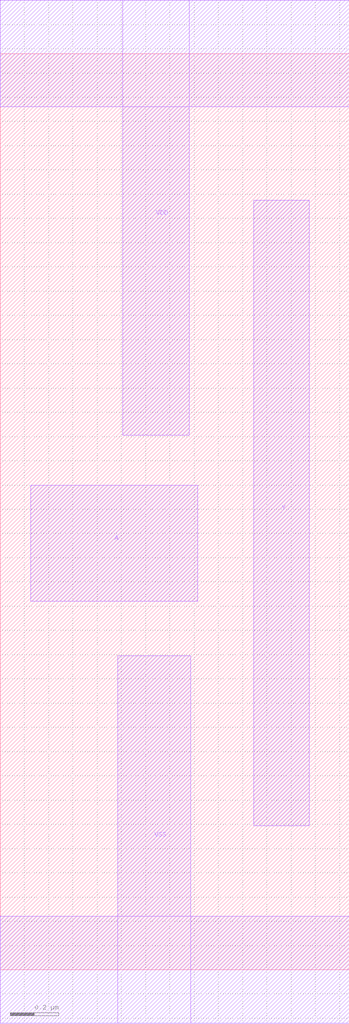
<source format=lef>

MACRO sg13g2_inv_1
  CLASS CORE ;
  ORIGIN 0 0 ;
  FOREIGN sg13g2_inv_1 0 0 ;
  SIZE 1.44 BY 3.78 ;
  SYMMETRY X Y ;
  SITE CoreSite ;
  PIN VDD
    DIRECTION INOUT ;
    USE POWER ;
    SHAPE ABUTMENT ;
    NETEXPR "VDD VDD!" ;
    PORT
      LAYER Metal1 ;
        RECT 0 3.56 1.44 4 ;
        RECT 0.505 2.205 0.78 4 ;
    END
  END VDD
  PIN Y
    DIRECTION OUTPUT ;
    USE SIGNAL ;
    ANTENNADIFFAREA 0.651 LAYER Metal1 ;
    PORT
      LAYER Metal1 ;
        RECT 1.045 0.595 1.275 3.175 ;
    END
  END Y
  PIN A
    DIRECTION INPUT ;
    USE SIGNAL ;
    ANTENNAMODEL OXIDE1 ;
      ANTENNAGATEAREA 0.2418 LAYER Metal1 ;
    PORT
      LAYER Metal1 ;
        RECT 0.125 1.52 0.815 2 ;
    END
  END A
  PIN VSS
    DIRECTION INOUT ;
    USE GROUND ;
    SHAPE ABUTMENT ;
    NETEXPR "VSS VSS!" ;
    PORT
      LAYER Metal1 ;
        RECT 0 -0.22 1.44 0.22 ;
        RECT 0.485 -0.22 0.785 1.295 ;
    END
  END VSS
  PROPERTY CatenaDesignType "deviceLevel" ;
END sg13g2_inv_1

</source>
